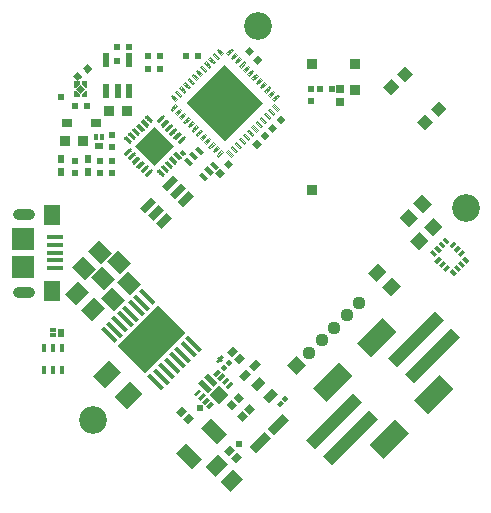
<source format=gbr>
G04 EAGLE Gerber RS-274X export*
G75*
%MOMM*%
%FSLAX34Y34*%
%LPD*%
%INSoldermask Top*%
%IPPOS*%
%AMOC8*
5,1,8,0,0,1.08239X$1,22.5*%
G01*
%ADD10C,2.349500*%
%ADD11R,0.863500X0.863500*%
%ADD12R,0.563500X0.563500*%
%ADD13C,0.202663*%
%ADD14R,2.349500X2.349500*%
%ADD15R,0.563500X0.563500*%
%ADD16C,0.101600*%
%ADD17R,4.572000X4.572000*%
%ADD18R,0.363500X0.723500*%
%ADD19R,0.863500X0.663500*%
%ADD20R,0.613500X1.263500*%
%ADD21R,0.600000X0.800000*%
%ADD22R,0.800000X0.500000*%
%ADD23R,0.350000X0.500000*%
%ADD24R,0.413500X0.763500*%
%ADD25R,0.923500X0.863500*%
%ADD26R,0.546100X0.546100*%
%ADD27R,0.500000X0.800000*%
%ADD28R,0.500000X0.350000*%
%ADD29R,0.663500X0.663500*%
%ADD30R,0.723900X1.028700*%
%ADD31R,0.263500X0.263500*%
%ADD32R,0.622300X0.673100*%
%ADD33R,0.663500X0.863500*%
%ADD34R,0.419100X0.393700*%
%ADD35R,1.181100X1.866900*%
%ADD36R,0.774700X1.816100*%
%ADD37R,1.181100X1.511300*%
%ADD38R,0.613500X0.313500*%
%ADD39R,1.163500X0.513500*%
%ADD40R,1.163500X1.163500*%
%ADD41R,0.363500X1.663500*%
%ADD42R,4.863500X3.263500*%
%ADD43R,1.463500X1.863500*%
%ADD44R,1.303500X1.563500*%
%ADD45R,0.538500X0.313500*%
%ADD46R,1.138500X1.063500*%
%ADD47R,1.063500X1.163500*%
%ADD48R,0.963500X0.963500*%
%ADD49R,1.063500X5.563500*%
%ADD50R,1.663500X3.063500*%
%ADD51R,1.413500X0.463500*%
%ADD52R,1.463500X1.663500*%
%ADD53R,1.963500X1.963500*%
%ADD54C,0.563500*%
%ADD55C,0.963500*%
%ADD56R,1.113500X1.113500*%
%ADD57C,1.113500*%
%ADD58C,0.616700*%

G36*
X190207Y-146166D02*
X190207Y-146166D01*
X190210Y-146167D01*
X190294Y-146130D01*
X191354Y-145069D01*
X191355Y-145066D01*
X191358Y-145065D01*
X191391Y-144980D01*
X191391Y-144273D01*
X191390Y-144271D01*
X191391Y-144269D01*
X191391Y-144268D01*
X191391Y-144267D01*
X191354Y-144184D01*
X189411Y-142241D01*
X189411Y-141638D01*
X192166Y-138884D01*
X192768Y-138884D01*
X194711Y-140827D01*
X194714Y-140828D01*
X194716Y-140831D01*
X194801Y-140864D01*
X195508Y-140864D01*
X195511Y-140862D01*
X195514Y-140863D01*
X195597Y-140827D01*
X196658Y-139766D01*
X196659Y-139763D01*
X196662Y-139762D01*
X196695Y-139677D01*
X196695Y-138970D01*
X196694Y-138968D01*
X196694Y-138967D01*
X196694Y-138965D01*
X196694Y-138964D01*
X196658Y-138880D01*
X190294Y-132516D01*
X190291Y-132515D01*
X190289Y-132512D01*
X190204Y-132479D01*
X189497Y-132479D01*
X189494Y-132481D01*
X189491Y-132480D01*
X189408Y-132516D01*
X183044Y-138880D01*
X183043Y-138883D01*
X183042Y-138884D01*
X183040Y-138885D01*
X183007Y-138970D01*
X183007Y-139677D01*
X183008Y-139680D01*
X183007Y-139683D01*
X183044Y-139766D01*
X189408Y-146130D01*
X189411Y-146131D01*
X189412Y-146134D01*
X189497Y-146167D01*
X190204Y-146167D01*
X190207Y-146166D01*
G37*
G36*
X77944Y120479D02*
X77944Y120479D01*
X77944Y120480D01*
X77944Y126380D01*
X77941Y126384D01*
X77940Y126384D01*
X73340Y126384D01*
X73336Y126381D01*
X73336Y126380D01*
X73336Y123488D01*
X73337Y123487D01*
X73337Y123485D01*
X76345Y120477D01*
X76347Y120477D01*
X76348Y120476D01*
X77940Y120476D01*
X77944Y120479D01*
G37*
G36*
X68434Y120477D02*
X68434Y120477D01*
X68435Y120477D01*
X71443Y123485D01*
X71443Y123487D01*
X71444Y123487D01*
X71444Y123488D01*
X71444Y126380D01*
X71441Y126384D01*
X71440Y126384D01*
X66840Y126384D01*
X66836Y126381D01*
X66836Y126380D01*
X66836Y120480D01*
X66839Y120476D01*
X66840Y120476D01*
X68432Y120476D01*
X68434Y120477D01*
G37*
G36*
X77944Y112379D02*
X77944Y112379D01*
X77944Y112380D01*
X77944Y118280D01*
X77941Y118284D01*
X77940Y118284D01*
X76348Y118284D01*
X76347Y118283D01*
X76345Y118283D01*
X73337Y115275D01*
X73337Y115273D01*
X73336Y115272D01*
X73336Y112380D01*
X73339Y112376D01*
X73340Y112376D01*
X77940Y112376D01*
X77944Y112379D01*
G37*
G36*
X71444Y112379D02*
X71444Y112379D01*
X71444Y112380D01*
X71444Y115272D01*
X71443Y115274D01*
X71443Y115275D01*
X68435Y118283D01*
X68433Y118283D01*
X68432Y118284D01*
X66840Y118284D01*
X66836Y118281D01*
X66836Y118280D01*
X66836Y112380D01*
X66839Y112376D01*
X66840Y112376D01*
X71440Y112376D01*
X71444Y112379D01*
G37*
G36*
X191057Y-111358D02*
X191057Y-111358D01*
X191059Y-111359D01*
X191142Y-111322D01*
X192557Y-109908D01*
X192558Y-109906D01*
X192560Y-109905D01*
X192576Y-109860D01*
X192594Y-109816D01*
X192593Y-109814D01*
X192594Y-109812D01*
X192557Y-109729D01*
X189728Y-106901D01*
X189726Y-106900D01*
X189725Y-106898D01*
X189681Y-106881D01*
X189637Y-106864D01*
X189635Y-106865D01*
X189633Y-106864D01*
X189550Y-106901D01*
X188135Y-108315D01*
X188135Y-108317D01*
X188133Y-108318D01*
X188116Y-108362D01*
X188099Y-108406D01*
X188099Y-108408D01*
X188099Y-108410D01*
X188135Y-108493D01*
X190964Y-111322D01*
X190966Y-111323D01*
X190967Y-111325D01*
X191011Y-111341D01*
X191055Y-111359D01*
X191057Y-111358D01*
G37*
D10*
X398463Y19050D03*
X222250Y173038D03*
X82550Y-160338D03*
D11*
X58724Y75184D03*
X73964Y75184D03*
D12*
G36*
X73983Y136963D02*
X78379Y140485D01*
X81901Y136089D01*
X77505Y132567D01*
X73983Y136963D01*
G37*
G36*
X66054Y130611D02*
X70450Y134133D01*
X73972Y129737D01*
X69576Y126215D01*
X66054Y130611D01*
G37*
G36*
X194193Y48605D02*
X190210Y44622D01*
X186227Y48605D01*
X190210Y52588D01*
X194193Y48605D01*
G37*
G36*
X201377Y55789D02*
X197394Y51806D01*
X193411Y55789D01*
X197394Y59772D01*
X201377Y55789D01*
G37*
D13*
X132656Y92264D02*
X128433Y96487D01*
X132656Y92264D02*
X131661Y91269D01*
X127438Y95492D01*
X128433Y96487D01*
X129735Y93195D02*
X131725Y93195D01*
X129799Y95121D02*
X127809Y95121D01*
X124898Y92952D02*
X129121Y88729D01*
X128126Y87734D01*
X123903Y91957D01*
X124898Y92952D01*
X126200Y89660D02*
X128190Y89660D01*
X126264Y91586D02*
X124274Y91586D01*
X121362Y89416D02*
X125585Y85193D01*
X124590Y84198D01*
X120367Y88421D01*
X121362Y89416D01*
X122664Y86124D02*
X124654Y86124D01*
X122728Y88050D02*
X120738Y88050D01*
X117827Y85881D02*
X122050Y81658D01*
X121055Y80663D01*
X116832Y84886D01*
X117827Y85881D01*
X119129Y82589D02*
X121119Y82589D01*
X119193Y84515D02*
X117203Y84515D01*
X114291Y82345D02*
X118514Y78122D01*
X117519Y77127D01*
X113296Y81350D01*
X114291Y82345D01*
X115593Y79053D02*
X117583Y79053D01*
X115657Y80979D02*
X113667Y80979D01*
X110756Y78810D02*
X114979Y74587D01*
X113984Y73592D01*
X109761Y77815D01*
X110756Y78810D01*
X112058Y75518D02*
X114048Y75518D01*
X112122Y77444D02*
X110132Y77444D01*
X114979Y67653D02*
X110756Y63430D01*
X109761Y64425D01*
X113984Y68648D01*
X114979Y67653D01*
X112682Y65356D02*
X110692Y65356D01*
X112618Y67282D02*
X114608Y67282D01*
X118514Y64118D02*
X114291Y59895D01*
X113296Y60890D01*
X117519Y65113D01*
X118514Y64118D01*
X116217Y61821D02*
X114227Y61821D01*
X116153Y63747D02*
X118143Y63747D01*
X122050Y60582D02*
X117827Y56359D01*
X116832Y57354D01*
X121055Y61577D01*
X122050Y60582D01*
X119753Y58285D02*
X117763Y58285D01*
X119689Y60211D02*
X121679Y60211D01*
X125585Y57047D02*
X121362Y52824D01*
X120367Y53819D01*
X124590Y58042D01*
X125585Y57047D01*
X123288Y54750D02*
X121298Y54750D01*
X123224Y56676D02*
X125214Y56676D01*
X129121Y53511D02*
X124898Y49288D01*
X123903Y50283D01*
X128126Y54506D01*
X129121Y53511D01*
X126824Y51214D02*
X124834Y51214D01*
X126760Y53140D02*
X128750Y53140D01*
X132656Y49976D02*
X128433Y45753D01*
X127438Y46748D01*
X131661Y50971D01*
X132656Y49976D01*
X130359Y47679D02*
X128369Y47679D01*
X130295Y49605D02*
X132285Y49605D01*
X137600Y49976D02*
X141823Y45753D01*
X137600Y49976D02*
X138595Y50971D01*
X142818Y46748D01*
X141823Y45753D01*
X141887Y47679D02*
X139897Y47679D01*
X139961Y49605D02*
X137971Y49605D01*
X141135Y53511D02*
X145358Y49288D01*
X141135Y53511D02*
X142130Y54506D01*
X146353Y50283D01*
X145358Y49288D01*
X145422Y51214D02*
X143432Y51214D01*
X143496Y53140D02*
X141506Y53140D01*
X144671Y57047D02*
X148894Y52824D01*
X144671Y57047D02*
X145666Y58042D01*
X149889Y53819D01*
X148894Y52824D01*
X148958Y54750D02*
X146968Y54750D01*
X147032Y56676D02*
X145042Y56676D01*
X148206Y60582D02*
X152429Y56359D01*
X148206Y60582D02*
X149201Y61577D01*
X153424Y57354D01*
X152429Y56359D01*
X152493Y58285D02*
X150503Y58285D01*
X150567Y60211D02*
X148577Y60211D01*
X151742Y64118D02*
X155965Y59895D01*
X151742Y64118D02*
X152737Y65113D01*
X156960Y60890D01*
X155965Y59895D01*
X156029Y61821D02*
X154039Y61821D01*
X154103Y63747D02*
X152113Y63747D01*
X157162Y65767D02*
X159410Y63519D01*
X157162Y65767D02*
X158158Y66763D01*
X160406Y64515D01*
X159410Y63519D01*
X159476Y65445D02*
X157484Y65445D01*
X155277Y74587D02*
X159500Y78810D01*
X160495Y77815D01*
X156272Y73592D01*
X155277Y74587D01*
X156208Y75518D02*
X158198Y75518D01*
X158134Y77444D02*
X160124Y77444D01*
X155965Y82345D02*
X151742Y78122D01*
X155965Y82345D02*
X156960Y81350D01*
X152737Y77127D01*
X151742Y78122D01*
X152673Y79053D02*
X154663Y79053D01*
X154599Y80979D02*
X156589Y80979D01*
X152429Y85881D02*
X148206Y81658D01*
X152429Y85881D02*
X153424Y84886D01*
X149201Y80663D01*
X148206Y81658D01*
X149137Y82589D02*
X151127Y82589D01*
X151063Y84515D02*
X153053Y84515D01*
X148894Y89416D02*
X144671Y85193D01*
X148894Y89416D02*
X149889Y88421D01*
X145666Y84198D01*
X144671Y85193D01*
X145602Y86124D02*
X147592Y86124D01*
X147528Y88050D02*
X149518Y88050D01*
X145358Y92952D02*
X141135Y88729D01*
X145358Y92952D02*
X146353Y91957D01*
X142130Y87734D01*
X141135Y88729D01*
X142066Y89660D02*
X144056Y89660D01*
X143992Y91586D02*
X145982Y91586D01*
X141823Y96487D02*
X137600Y92264D01*
X141823Y96487D02*
X142818Y95492D01*
X138595Y91269D01*
X137600Y92264D01*
X138531Y93195D02*
X140521Y93195D01*
X140457Y95121D02*
X142447Y95121D01*
D14*
G36*
X135128Y54508D02*
X118516Y71120D01*
X135128Y87732D01*
X151740Y71120D01*
X135128Y54508D01*
G37*
D15*
X99060Y58420D03*
X99060Y48260D03*
X88900Y58420D03*
X88900Y48260D03*
D16*
X195795Y66231D02*
X199670Y62356D01*
X195795Y66231D02*
X197138Y67574D01*
X201013Y63700D01*
X199670Y62356D01*
X199988Y63381D02*
X196820Y66549D01*
X199330Y69766D02*
X203205Y65892D01*
X199330Y69766D02*
X200674Y71110D01*
X204549Y67235D01*
X203205Y65892D01*
X203568Y66872D02*
X200356Y70084D01*
X202866Y73302D02*
X206741Y69427D01*
X202866Y73302D02*
X204209Y74645D01*
X208084Y70771D01*
X206741Y69427D01*
X207104Y70408D02*
X203891Y73620D01*
X206402Y76837D02*
X210276Y72963D01*
X206402Y76837D02*
X207745Y78181D01*
X211620Y74306D01*
X210276Y72963D01*
X210594Y73988D02*
X207427Y77155D01*
X209937Y80373D02*
X213812Y76498D01*
X209937Y80373D02*
X211281Y81716D01*
X215155Y77842D01*
X213812Y76498D01*
X214130Y77524D02*
X210962Y80691D01*
X213473Y83908D02*
X217347Y80034D01*
X213473Y83908D02*
X214816Y85252D01*
X218691Y81377D01*
X217347Y80034D01*
X217710Y81014D02*
X214498Y84227D01*
X217008Y87444D02*
X220883Y83569D01*
X217008Y87444D02*
X218352Y88787D01*
X222226Y84913D01*
X220883Y83569D01*
X221156Y84640D02*
X218033Y87762D01*
X220544Y90979D02*
X224418Y87105D01*
X220544Y90979D02*
X221887Y92323D01*
X225762Y88448D01*
X224418Y87105D01*
X224736Y88130D02*
X221569Y91298D01*
X224079Y94515D02*
X227954Y90640D01*
X224079Y94515D02*
X225423Y95858D01*
X229297Y91984D01*
X227954Y90640D01*
X228182Y91755D02*
X225105Y94833D01*
X227615Y98051D02*
X231489Y94176D01*
X227615Y98051D02*
X228958Y99394D01*
X232833Y95519D01*
X231489Y94176D01*
X231763Y95246D02*
X228640Y98369D01*
X231150Y101586D02*
X235025Y97711D01*
X231150Y101586D02*
X232494Y102930D01*
X236368Y99055D01*
X235025Y97711D01*
X235433Y98647D02*
X232176Y101904D01*
X234686Y105122D02*
X238560Y101247D01*
X234686Y105122D02*
X236029Y106465D01*
X239904Y102590D01*
X238560Y101247D01*
X238879Y102272D02*
X235711Y105440D01*
X236029Y109435D02*
X239904Y113310D01*
X236029Y109435D02*
X234686Y110778D01*
X238560Y114653D01*
X239904Y113310D01*
X238923Y113673D02*
X235711Y110460D01*
X232494Y112970D02*
X236368Y116845D01*
X232494Y112970D02*
X231150Y114314D01*
X235025Y118189D01*
X236368Y116845D01*
X235388Y117208D02*
X232176Y113996D01*
X228958Y116506D02*
X232833Y120381D01*
X228958Y116506D02*
X227615Y117849D01*
X231489Y121724D01*
X232833Y120381D01*
X231852Y120744D02*
X228640Y117531D01*
X225423Y120042D02*
X229297Y123916D01*
X225423Y120042D02*
X224079Y121385D01*
X227954Y125260D01*
X229297Y123916D01*
X228272Y124234D02*
X225105Y121067D01*
X221887Y123577D02*
X225762Y127452D01*
X221887Y123577D02*
X220544Y124921D01*
X224418Y128795D01*
X225762Y127452D01*
X224826Y127860D02*
X221569Y124602D01*
X218352Y127113D02*
X222226Y130987D01*
X218352Y127113D02*
X217008Y128456D01*
X220883Y132331D01*
X222226Y130987D01*
X221201Y131305D02*
X218033Y128138D01*
X214816Y130648D02*
X218691Y134523D01*
X214816Y130648D02*
X213473Y131992D01*
X217347Y135866D01*
X218691Y134523D01*
X217710Y134886D02*
X214498Y131673D01*
X211281Y134184D02*
X215155Y138058D01*
X211281Y134184D02*
X209937Y135527D01*
X213812Y139402D01*
X215155Y138058D01*
X214265Y138511D02*
X210962Y135209D01*
X207745Y137719D02*
X211620Y141594D01*
X207745Y137719D02*
X206402Y139063D01*
X210276Y142937D01*
X211620Y141594D01*
X210684Y142002D02*
X207427Y138745D01*
X204209Y141255D02*
X208084Y145129D01*
X204209Y141255D02*
X202866Y142598D01*
X206741Y146473D01*
X208084Y145129D01*
X207149Y145537D02*
X203891Y142280D01*
X200674Y144790D02*
X204549Y148665D01*
X200674Y144790D02*
X199330Y146134D01*
X203205Y150008D01*
X204549Y148665D01*
X203478Y148938D02*
X200356Y145816D01*
X197138Y148326D02*
X201013Y152200D01*
X197138Y148326D02*
X195795Y149669D01*
X199670Y153544D01*
X201013Y152200D01*
X199898Y152429D02*
X196820Y149351D01*
X192825Y149669D02*
X188950Y153544D01*
X192825Y149669D02*
X191482Y148326D01*
X187607Y152200D01*
X188950Y153544D01*
X188677Y152474D02*
X191800Y149351D01*
X189290Y146134D02*
X185415Y150008D01*
X189290Y146134D02*
X187946Y144790D01*
X184071Y148665D01*
X185415Y150008D01*
X185097Y148983D02*
X188264Y145816D01*
X185754Y142598D02*
X181879Y146473D01*
X185754Y142598D02*
X184411Y141255D01*
X180536Y145129D01*
X181879Y146473D01*
X181606Y145403D02*
X184729Y142280D01*
X182218Y139063D02*
X178389Y142982D01*
X182218Y139063D02*
X180875Y137719D01*
X177045Y141639D01*
X178389Y142982D01*
X178026Y141912D02*
X181193Y138745D01*
X178683Y135527D02*
X174808Y139402D01*
X178683Y135527D02*
X177339Y134184D01*
X173465Y138058D01*
X174808Y139402D01*
X174490Y138376D02*
X177658Y135209D01*
X175147Y131992D02*
X171273Y135866D01*
X175147Y131992D02*
X173804Y130648D01*
X169929Y134523D01*
X171273Y135866D01*
X170955Y134841D02*
X174122Y131673D01*
X171612Y128456D02*
X167737Y132331D01*
X171612Y128456D02*
X170268Y127113D01*
X166394Y130987D01*
X167737Y132331D01*
X167374Y131350D02*
X170587Y128138D01*
X168076Y124921D02*
X164202Y128795D01*
X168076Y124921D02*
X166733Y123577D01*
X162858Y127452D01*
X164202Y128795D01*
X163839Y127815D02*
X167051Y124602D01*
X164541Y121385D02*
X160666Y125260D01*
X164541Y121385D02*
X163197Y120042D01*
X159323Y123916D01*
X160666Y125260D01*
X160348Y124234D02*
X163515Y121067D01*
X161005Y117849D02*
X157131Y121724D01*
X161005Y117849D02*
X159662Y116506D01*
X155787Y120381D01*
X157131Y121724D01*
X156812Y120699D02*
X159980Y117531D01*
X157470Y114314D02*
X153595Y118189D01*
X157470Y114314D02*
X156126Y112970D01*
X152252Y116845D01*
X153595Y118189D01*
X153277Y117163D02*
X156444Y113996D01*
X153934Y110778D02*
X150060Y114653D01*
X153934Y110778D02*
X152591Y109435D01*
X148716Y113310D01*
X150060Y114653D01*
X149786Y113583D02*
X152909Y110460D01*
X152591Y106465D02*
X148716Y102590D01*
X152591Y106465D02*
X153934Y105122D01*
X150060Y101247D01*
X148716Y102590D01*
X149741Y102272D02*
X152909Y105440D01*
X156126Y102930D02*
X152252Y99055D01*
X156126Y102930D02*
X157470Y101586D01*
X153595Y97711D01*
X152252Y99055D01*
X153187Y98647D02*
X156444Y101904D01*
X159662Y99394D02*
X155787Y95519D01*
X159662Y99394D02*
X161005Y98051D01*
X157131Y94176D01*
X155787Y95519D01*
X156812Y95201D02*
X159980Y98369D01*
X163197Y95858D02*
X159323Y91984D01*
X163197Y95858D02*
X164541Y94515D01*
X160666Y90640D01*
X159323Y91984D01*
X160393Y91711D02*
X163515Y94833D01*
X166733Y92323D02*
X162858Y88448D01*
X166733Y92323D02*
X168076Y90979D01*
X164202Y87105D01*
X162858Y88448D01*
X163973Y88220D02*
X167051Y91298D01*
X170268Y88787D02*
X166394Y84913D01*
X170268Y88787D02*
X171612Y87444D01*
X167737Y83569D01*
X166394Y84913D01*
X167464Y84640D02*
X170587Y87762D01*
X173804Y85252D02*
X169929Y81377D01*
X173804Y85252D02*
X175147Y83908D01*
X171273Y80034D01*
X169929Y81377D01*
X171000Y81104D02*
X174122Y84227D01*
X177339Y81716D02*
X173465Y77842D01*
X177339Y81716D02*
X178683Y80373D01*
X174808Y76498D01*
X173465Y77842D01*
X174535Y77568D02*
X177658Y80691D01*
X180875Y78181D02*
X177000Y74306D01*
X180875Y78181D02*
X182218Y76837D01*
X178344Y72963D01*
X177000Y74306D01*
X177981Y73943D02*
X181193Y77155D01*
X184411Y74645D02*
X180536Y70771D01*
X184411Y74645D02*
X185754Y73302D01*
X181879Y69427D01*
X180536Y70771D01*
X181427Y70318D02*
X184729Y73620D01*
X187946Y71110D02*
X184071Y67235D01*
X187946Y71110D02*
X189290Y69766D01*
X185415Y65892D01*
X184071Y67235D01*
X185052Y66872D02*
X188264Y70084D01*
X191482Y67574D02*
X187607Y63700D01*
X191482Y67574D02*
X192825Y66231D01*
X188950Y62356D01*
X187607Y63700D01*
X188498Y63247D02*
X191800Y66549D01*
D17*
G36*
X194310Y140278D02*
X226638Y107950D01*
X194310Y75622D01*
X161982Y107950D01*
X194310Y140278D01*
G37*
D12*
G36*
X225562Y72862D02*
X221579Y68879D01*
X217596Y72862D01*
X221579Y76845D01*
X225562Y72862D01*
G37*
G36*
X232746Y80046D02*
X228763Y76063D01*
X224780Y80046D01*
X228763Y84029D01*
X232746Y80046D01*
G37*
D18*
G36*
X176494Y66472D02*
X173924Y63902D01*
X168810Y69016D01*
X171380Y71586D01*
X176494Y66472D01*
G37*
G36*
X171898Y61875D02*
X169328Y59305D01*
X164214Y64419D01*
X166784Y66989D01*
X171898Y61875D01*
G37*
G36*
X167302Y57279D02*
X164732Y54709D01*
X159618Y59823D01*
X162188Y62393D01*
X167302Y57279D01*
G37*
G36*
X172629Y46812D02*
X175199Y49382D01*
X180313Y44268D01*
X177743Y41698D01*
X172629Y46812D01*
G37*
G36*
X177225Y51409D02*
X179795Y53979D01*
X184909Y48865D01*
X182339Y46295D01*
X177225Y51409D01*
G37*
G36*
X181821Y56005D02*
X184391Y58575D01*
X189505Y53461D01*
X186935Y50891D01*
X181821Y56005D01*
G37*
D12*
G36*
X238115Y93508D02*
X242098Y97491D01*
X246081Y93508D01*
X242098Y89525D01*
X238115Y93508D01*
G37*
G36*
X230931Y86324D02*
X234914Y90307D01*
X238897Y86324D01*
X234914Y82341D01*
X230931Y86324D01*
G37*
D19*
X85779Y91186D03*
X60779Y91186D03*
D20*
X94132Y118190D03*
X103632Y118190D03*
X113132Y118190D03*
X113132Y144192D03*
X94132Y144192D03*
D15*
X67310Y58420D03*
X67310Y48260D03*
D11*
X111633Y100584D03*
X96393Y100584D03*
D15*
X103505Y154940D03*
X113665Y154940D03*
X274955Y119507D03*
X285115Y119507D03*
D21*
X55880Y49110D03*
X55880Y60110D03*
X78740Y49110D03*
X78740Y60110D03*
D15*
X129159Y136398D03*
X139319Y136398D03*
X139319Y147320D03*
X129159Y147320D03*
D22*
X87884Y71684D03*
D23*
X90134Y78684D03*
X85634Y78684D03*
D15*
X99060Y70104D03*
X99060Y80264D03*
X77470Y105410D03*
X67310Y105410D03*
D24*
X41268Y-99466D03*
X48768Y-99466D03*
X56268Y-99466D03*
X56268Y-118466D03*
X48768Y-118466D03*
X41268Y-118466D03*
D25*
X268650Y33972D03*
X268650Y140972D03*
X304350Y140972D03*
X304350Y118972D03*
D26*
G36*
X68530Y119380D02*
X72390Y123240D01*
X76250Y119380D01*
X72390Y115520D01*
X68530Y119380D01*
G37*
D12*
G36*
X215102Y147437D02*
X211119Y151420D01*
X215102Y155403D01*
X219085Y151420D01*
X215102Y147437D01*
G37*
G36*
X222286Y140253D02*
X218303Y144236D01*
X222286Y148219D01*
X226269Y144236D01*
X222286Y140253D01*
G37*
D27*
X55570Y-86614D03*
D28*
X48570Y-84364D03*
X48570Y-88864D03*
D15*
X171450Y147320D03*
X161290Y147320D03*
D29*
X292354Y108165D03*
X292354Y119165D03*
D15*
X267335Y119380D03*
X267335Y109220D03*
D30*
G36*
X234063Y-133962D02*
X239181Y-139080D01*
X231909Y-146352D01*
X226791Y-141234D01*
X234063Y-133962D01*
G37*
G36*
X224185Y-124084D02*
X229303Y-129202D01*
X222031Y-136474D01*
X216913Y-131356D01*
X224185Y-124084D01*
G37*
D31*
G36*
X188932Y-108663D02*
X190794Y-110525D01*
X188932Y-112387D01*
X187070Y-110525D01*
X188932Y-108663D01*
G37*
G36*
X191760Y-105835D02*
X193622Y-107697D01*
X191760Y-109559D01*
X189898Y-107697D01*
X191760Y-105835D01*
G37*
D32*
G36*
X204422Y-187797D02*
X208822Y-192197D01*
X204064Y-196955D01*
X199664Y-192555D01*
X204422Y-187797D01*
G37*
G36*
X198495Y-181870D02*
X202895Y-186270D01*
X198137Y-191028D01*
X193737Y-186628D01*
X198495Y-181870D01*
G37*
D33*
G36*
X212177Y-117448D02*
X216868Y-122139D01*
X210763Y-128244D01*
X206072Y-123553D01*
X212177Y-117448D01*
G37*
G36*
X220663Y-108963D02*
X225354Y-113654D01*
X219249Y-119759D01*
X214558Y-115068D01*
X220663Y-108963D01*
G37*
D34*
G36*
X244377Y-146849D02*
X241416Y-149810D01*
X238633Y-147027D01*
X241594Y-144066D01*
X244377Y-146849D01*
G37*
G36*
X248508Y-142718D02*
X245547Y-145679D01*
X242764Y-142896D01*
X245725Y-139935D01*
X248508Y-142718D01*
G37*
D35*
G36*
X174468Y-167517D02*
X182819Y-159166D01*
X196018Y-172365D01*
X187667Y-180716D01*
X174468Y-167517D01*
G37*
G36*
X153275Y-188710D02*
X161626Y-180359D01*
X174825Y-193558D01*
X166474Y-201909D01*
X153275Y-188710D01*
G37*
D36*
G36*
X228120Y-170549D02*
X233598Y-176027D01*
X220758Y-188867D01*
X215280Y-183389D01*
X228120Y-170549D01*
G37*
G36*
X243387Y-155282D02*
X248865Y-160760D01*
X236025Y-173600D01*
X230547Y-168122D01*
X243387Y-155282D01*
G37*
D32*
G36*
X204986Y-148188D02*
X200586Y-152588D01*
X195828Y-147830D01*
X200228Y-143430D01*
X204986Y-148188D01*
G37*
G36*
X210913Y-142261D02*
X206513Y-146661D01*
X201755Y-141903D01*
X206155Y-137503D01*
X210913Y-142261D01*
G37*
G36*
X163818Y-155131D02*
X168218Y-159531D01*
X163460Y-164289D01*
X159060Y-159889D01*
X163818Y-155131D01*
G37*
G36*
X157891Y-149204D02*
X162291Y-153604D01*
X157533Y-158362D01*
X153133Y-153962D01*
X157891Y-149204D01*
G37*
D37*
G36*
X201562Y-202484D02*
X209913Y-210835D01*
X199228Y-221520D01*
X190877Y-213169D01*
X201562Y-202484D01*
G37*
G36*
X188810Y-189732D02*
X197161Y-198083D01*
X186476Y-208768D01*
X178125Y-200417D01*
X188810Y-189732D01*
G37*
D34*
G36*
X196413Y-116348D02*
X193452Y-119309D01*
X190669Y-116526D01*
X193630Y-113565D01*
X196413Y-116348D01*
G37*
G36*
X200544Y-112217D02*
X197583Y-115178D01*
X194800Y-112395D01*
X197761Y-109434D01*
X200544Y-112217D01*
G37*
D38*
G36*
X195237Y-132428D02*
X199573Y-128092D01*
X201789Y-130308D01*
X197453Y-134644D01*
X195237Y-132428D01*
G37*
G36*
X191701Y-128893D02*
X196037Y-124557D01*
X198253Y-126773D01*
X193917Y-131109D01*
X191701Y-128893D01*
G37*
G36*
X188166Y-125357D02*
X192502Y-121021D01*
X194718Y-123237D01*
X190382Y-127573D01*
X188166Y-125357D01*
G37*
G36*
X184630Y-121822D02*
X188966Y-117486D01*
X191182Y-119702D01*
X186846Y-124038D01*
X184630Y-121822D01*
G37*
D39*
G36*
X184724Y-132877D02*
X176498Y-124651D01*
X180128Y-121021D01*
X188354Y-129247D01*
X184724Y-132877D01*
G37*
G36*
X179774Y-137827D02*
X171548Y-129601D01*
X175178Y-125971D01*
X183404Y-134197D01*
X179774Y-137827D01*
G37*
D38*
G36*
X168013Y-138439D02*
X172349Y-134103D01*
X174565Y-136319D01*
X170229Y-140655D01*
X168013Y-138439D01*
G37*
G36*
X171549Y-141974D02*
X175885Y-137638D01*
X178101Y-139854D01*
X173765Y-144190D01*
X171549Y-141974D01*
G37*
G36*
X175084Y-145510D02*
X179420Y-141174D01*
X181636Y-143390D01*
X177300Y-147726D01*
X175084Y-145510D01*
G37*
G36*
X178620Y-149045D02*
X182956Y-144709D01*
X185172Y-146925D01*
X180836Y-151261D01*
X178620Y-149045D01*
G37*
D40*
G36*
X181625Y-139323D02*
X189851Y-131097D01*
X198077Y-139323D01*
X189851Y-147549D01*
X181625Y-139323D01*
G37*
D32*
G36*
X214305Y-157581D02*
X209905Y-161981D01*
X205147Y-157223D01*
X209547Y-152823D01*
X214305Y-157581D01*
G37*
G36*
X220232Y-151654D02*
X215832Y-156054D01*
X211074Y-151296D01*
X215474Y-146896D01*
X220232Y-151654D01*
G37*
G36*
X206874Y-104271D02*
X211274Y-108671D01*
X206516Y-113429D01*
X202116Y-109029D01*
X206874Y-104271D01*
G37*
G36*
X200947Y-98344D02*
X205347Y-102744D01*
X200589Y-107502D01*
X196189Y-103102D01*
X200947Y-98344D01*
G37*
D41*
G36*
X143105Y-132749D02*
X140536Y-135318D01*
X128775Y-123557D01*
X131344Y-120988D01*
X143105Y-132749D01*
G37*
G36*
X147701Y-128153D02*
X145132Y-130722D01*
X133371Y-118961D01*
X135940Y-116392D01*
X147701Y-128153D01*
G37*
G36*
X152297Y-123557D02*
X149728Y-126126D01*
X137967Y-114365D01*
X140536Y-111796D01*
X152297Y-123557D01*
G37*
G36*
X156893Y-118961D02*
X154324Y-121530D01*
X142563Y-109769D01*
X145132Y-107200D01*
X156893Y-118961D01*
G37*
G36*
X161490Y-114365D02*
X158921Y-116934D01*
X147160Y-105173D01*
X149729Y-102604D01*
X161490Y-114365D01*
G37*
G36*
X166086Y-109768D02*
X163517Y-112337D01*
X151756Y-100576D01*
X154325Y-98007D01*
X166086Y-109768D01*
G37*
G36*
X170682Y-105172D02*
X168113Y-107741D01*
X156352Y-95980D01*
X158921Y-93411D01*
X170682Y-105172D01*
G37*
G36*
X175278Y-100576D02*
X172709Y-103145D01*
X160948Y-91384D01*
X163517Y-88815D01*
X175278Y-100576D01*
G37*
G36*
X135680Y-60978D02*
X133111Y-63547D01*
X121350Y-51786D01*
X123919Y-49217D01*
X135680Y-60978D01*
G37*
G36*
X131084Y-65574D02*
X128515Y-68143D01*
X116754Y-56382D01*
X119323Y-53813D01*
X131084Y-65574D01*
G37*
G36*
X126488Y-70170D02*
X123919Y-72739D01*
X112158Y-60978D01*
X114727Y-58409D01*
X126488Y-70170D01*
G37*
G36*
X121892Y-74767D02*
X119323Y-77336D01*
X107562Y-65575D01*
X110131Y-63006D01*
X121892Y-74767D01*
G37*
G36*
X117295Y-79363D02*
X114726Y-81932D01*
X102965Y-70171D01*
X105534Y-67602D01*
X117295Y-79363D01*
G37*
G36*
X112699Y-83959D02*
X110130Y-86528D01*
X98369Y-74767D01*
X100938Y-72198D01*
X112699Y-83959D01*
G37*
G36*
X108103Y-88555D02*
X105534Y-91124D01*
X93773Y-79363D01*
X96342Y-76794D01*
X108103Y-88555D01*
G37*
G36*
X103507Y-93151D02*
X100938Y-95720D01*
X89177Y-83959D01*
X91746Y-81390D01*
X103507Y-93151D01*
G37*
D42*
G36*
X160959Y-86612D02*
X126571Y-121000D01*
X103495Y-97924D01*
X137883Y-63536D01*
X160959Y-86612D01*
G37*
D43*
G36*
X111246Y-151514D02*
X100898Y-141166D01*
X114074Y-127990D01*
X124422Y-138338D01*
X111246Y-151514D01*
G37*
G36*
X93286Y-133554D02*
X82938Y-123206D01*
X96114Y-110030D01*
X106462Y-120378D01*
X93286Y-133554D01*
G37*
D44*
G36*
X83928Y-56225D02*
X93144Y-65441D01*
X82090Y-76495D01*
X72874Y-67279D01*
X83928Y-56225D01*
G37*
G36*
X70493Y-42790D02*
X79709Y-52006D01*
X68655Y-63060D01*
X59439Y-53844D01*
X70493Y-42790D01*
G37*
G36*
X109791Y-59199D02*
X100575Y-68415D01*
X89521Y-57361D01*
X98737Y-48145D01*
X109791Y-59199D01*
G37*
G36*
X123226Y-45764D02*
X114010Y-54980D01*
X102956Y-43926D01*
X112172Y-34710D01*
X123226Y-45764D01*
G37*
G36*
X101694Y-41557D02*
X92478Y-50773D01*
X81424Y-39719D01*
X90640Y-30503D01*
X101694Y-41557D01*
G37*
G36*
X115129Y-28122D02*
X105913Y-37338D01*
X94859Y-26284D01*
X104075Y-17068D01*
X115129Y-28122D01*
G37*
G36*
X78829Y-17631D02*
X88045Y-8415D01*
X99099Y-19469D01*
X89883Y-28685D01*
X78829Y-17631D01*
G37*
G36*
X65394Y-31066D02*
X74610Y-21850D01*
X85664Y-32904D01*
X76448Y-42120D01*
X65394Y-31066D01*
G37*
D20*
G36*
X163655Y33074D02*
X167992Y28737D01*
X159059Y19804D01*
X154722Y24141D01*
X163655Y33074D01*
G37*
G36*
X156938Y39791D02*
X161275Y35454D01*
X152342Y26521D01*
X148005Y30858D01*
X156938Y39791D01*
G37*
G36*
X150220Y46509D02*
X154557Y42172D01*
X145624Y33239D01*
X141287Y37576D01*
X150220Y46509D01*
G37*
G36*
X131835Y28124D02*
X136172Y23787D01*
X127239Y14854D01*
X122902Y19191D01*
X131835Y28124D01*
G37*
G36*
X138553Y21407D02*
X142890Y17070D01*
X133957Y8137D01*
X129620Y12474D01*
X138553Y21407D01*
G37*
G36*
X145270Y14689D02*
X149607Y10352D01*
X140674Y1419D01*
X136337Y5756D01*
X145270Y14689D01*
G37*
D45*
G36*
X387029Y-32831D02*
X390835Y-36637D01*
X388619Y-38853D01*
X384813Y-35047D01*
X387029Y-32831D01*
G37*
G36*
X390564Y-29295D02*
X394370Y-33101D01*
X392154Y-35317D01*
X388348Y-31511D01*
X390564Y-29295D01*
G37*
G36*
X394100Y-25760D02*
X397906Y-29566D01*
X395690Y-31782D01*
X391884Y-27976D01*
X394100Y-25760D01*
G37*
G36*
X397635Y-22224D02*
X401441Y-26030D01*
X399225Y-28246D01*
X395419Y-24440D01*
X397635Y-22224D01*
G37*
G36*
X391884Y-20197D02*
X395690Y-16391D01*
X397906Y-18607D01*
X394100Y-22413D01*
X391884Y-20197D01*
G37*
G36*
X388348Y-16661D02*
X392154Y-12855D01*
X394370Y-15071D01*
X390564Y-18877D01*
X388348Y-16661D01*
G37*
G36*
X384813Y-13126D02*
X388619Y-9320D01*
X390835Y-11536D01*
X387029Y-15342D01*
X384813Y-13126D01*
G37*
G36*
X382785Y-11806D02*
X378979Y-8000D01*
X381195Y-5784D01*
X385001Y-9590D01*
X382785Y-11806D01*
G37*
G36*
X379249Y-15342D02*
X375443Y-11536D01*
X377659Y-9320D01*
X381465Y-13126D01*
X379249Y-15342D01*
G37*
G36*
X375714Y-18877D02*
X371908Y-15071D01*
X374124Y-12855D01*
X377930Y-16661D01*
X375714Y-18877D01*
G37*
G36*
X372178Y-22413D02*
X368372Y-18607D01*
X370588Y-16391D01*
X374394Y-20197D01*
X372178Y-22413D01*
G37*
G36*
X377930Y-24440D02*
X374124Y-28246D01*
X371908Y-26030D01*
X375714Y-22224D01*
X377930Y-24440D01*
G37*
G36*
X381465Y-27976D02*
X377659Y-31782D01*
X375443Y-29566D01*
X379249Y-25760D01*
X381465Y-27976D01*
G37*
G36*
X385001Y-31511D02*
X381195Y-35317D01*
X378979Y-33101D01*
X382785Y-29295D01*
X385001Y-31511D01*
G37*
D46*
G36*
X366899Y-8920D02*
X358850Y-16969D01*
X351331Y-9450D01*
X359380Y-1401D01*
X366899Y-8920D01*
G37*
G36*
X378919Y3100D02*
X370870Y-4949D01*
X363351Y2570D01*
X371400Y10619D01*
X378919Y3100D01*
G37*
D47*
G36*
X357855Y10029D02*
X350336Y2510D01*
X342111Y10735D01*
X349630Y18254D01*
X357855Y10029D01*
G37*
G36*
X369876Y22050D02*
X362357Y14531D01*
X354132Y22756D01*
X361651Y30275D01*
X369876Y22050D01*
G37*
G36*
X323072Y-43461D02*
X315553Y-35942D01*
X323778Y-27717D01*
X331297Y-35236D01*
X323072Y-43461D01*
G37*
G36*
X335093Y-55482D02*
X327574Y-47963D01*
X335799Y-39738D01*
X343318Y-47257D01*
X335093Y-55482D01*
G37*
D48*
G36*
X335720Y128020D02*
X342364Y121044D01*
X335388Y114400D01*
X328744Y121376D01*
X335720Y128020D01*
G37*
G36*
X347307Y139054D02*
X353951Y132078D01*
X346975Y125434D01*
X340331Y132410D01*
X347307Y139054D01*
G37*
G36*
X375581Y109363D02*
X382225Y102387D01*
X375249Y95743D01*
X368605Y102719D01*
X375581Y109363D01*
G37*
G36*
X363995Y98329D02*
X370639Y91353D01*
X363663Y84709D01*
X357019Y91685D01*
X363995Y98329D01*
G37*
D49*
G36*
X354408Y-129563D02*
X346888Y-122043D01*
X386226Y-82705D01*
X393746Y-90225D01*
X354408Y-129563D01*
G37*
G36*
X340266Y-115421D02*
X332746Y-107901D01*
X372084Y-68563D01*
X379604Y-76083D01*
X340266Y-115421D01*
G37*
D50*
G36*
X366429Y-155726D02*
X354667Y-143964D01*
X376327Y-122304D01*
X388089Y-134066D01*
X366429Y-155726D01*
G37*
G36*
X318345Y-107642D02*
X306583Y-95880D01*
X328243Y-74220D01*
X340005Y-85982D01*
X318345Y-107642D01*
G37*
D49*
G36*
X302765Y-138014D02*
X310285Y-145534D01*
X270947Y-184872D01*
X263427Y-177352D01*
X302765Y-138014D01*
G37*
G36*
X316907Y-152156D02*
X324427Y-159676D01*
X285089Y-199014D01*
X277569Y-191494D01*
X316907Y-152156D01*
G37*
D50*
G36*
X290744Y-111852D02*
X302506Y-123614D01*
X280846Y-145274D01*
X269084Y-133512D01*
X290744Y-111852D01*
G37*
G36*
X338827Y-159935D02*
X350589Y-171697D01*
X328929Y-193357D01*
X317167Y-181595D01*
X338827Y-159935D01*
G37*
D51*
X50563Y-6050D03*
X50563Y-12550D03*
X50563Y-19050D03*
X50563Y-25550D03*
X50563Y-32050D03*
D52*
X48313Y12950D03*
X48313Y-51050D03*
D53*
X23813Y-7050D03*
X23813Y-31050D03*
D54*
X23813Y13950D03*
X23813Y-52050D03*
D55*
X19313Y13950D02*
X28313Y13950D01*
X28313Y-52050D02*
X19313Y-52050D01*
D56*
G36*
X255129Y-106615D02*
X263001Y-114487D01*
X255129Y-122359D01*
X247257Y-114487D01*
X255129Y-106615D01*
G37*
D57*
X265735Y-103880D03*
X276342Y-93273D03*
X286948Y-82667D03*
X308162Y-61454D03*
X297555Y-72060D03*
D58*
X173038Y-150813D03*
X206375Y-180975D03*
X103188Y142875D03*
X55563Y112713D03*
M02*

</source>
